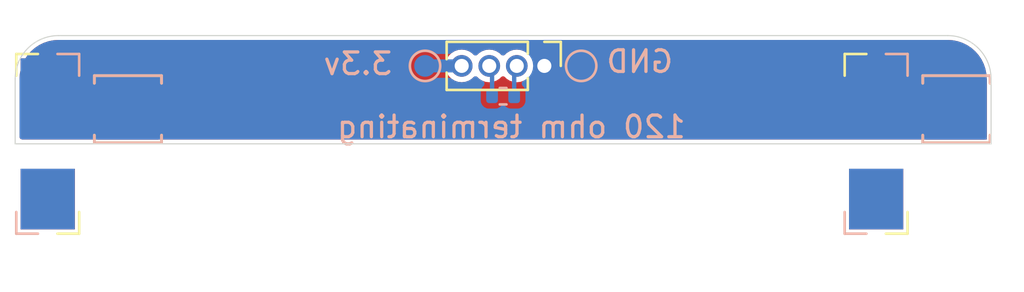
<source format=kicad_pcb>
(kicad_pcb (version 20240108) (generator "pcbnew") (generator_version "8.0")
  (layers (0 "F.Cu" signal) (31 "B.Cu" signal) (34 "B.Paste" user) (35 "F.Paste" user) (36 "B.SilkS" user "B.Silkscreen") (37 "F.SilkS" user "F.Silkscreen") (38 "B.Mask" user) (39 "F.Mask" user) (44 "Edge.Cuts" user))
  (net 0 "")
  (net 1 "Net-(J1-Pin_4)")
  (net 2 "GND")
  (net 3 "Net-(J1-Pin_2)")
  (net 4 "Net-(J1-Pin_3)")
  (net 5 "/MOTORPWR")
  (footprint "Connector_PinHeader_1.27mm:PinHeader_1x04_P1.27mm_Vertical" (layer "F.Cu") (at 144.7 90.1 -90)
    (property "Reference" "J1" (hide yes))
    (property "Value" "1.27mm 4 pin header")
    (fp_line (start -1.11 4.505) (end -0.30753 4.505) (stroke (width 0.12)) (layer "F.SilkS"))
    (fp_line (start 0.30753 4.505) (end 1.11 4.505) (stroke (width 0.12)) (layer "F.SilkS"))
    (fp_line (start -1.11 0.76) (end -1.11 4.505) (stroke (width 0.12)) (layer "F.SilkS"))
    (fp_line (start -1.11 0.76) (end -0.563471 0.76) (stroke (width 0.12)) (layer "F.SilkS"))
    (fp_line (start 0.563471 0.76) (end 1.11 0.76) (stroke (width 0.12)) (layer "F.SilkS"))
    (fp_line (start 1.11 0.76) (end 1.11 4.505) (stroke (width 0.12)) (layer "F.SilkS"))
    (fp_line (start -1.11 0) (end -1.11 -0.76) (stroke (width 0.12)) (layer "F.SilkS"))
    (fp_line (start -1.11 -0.76) (end 0 -0.76) (stroke (width 0.12)) (layer "F.SilkS"))
    (pad "1" thru_hole rect (at 0 0 270) (size 1 1) (drill 0.65) (layers "*.Cu" "*.Mask") (net 2 "GND"))
    (pad "2" thru_hole oval (at 0 1.27 270) (size 1 1) (drill 0.65) (layers "*.Cu" "*.Mask") (net 3 "Net-(J1-Pin_2)"))
    (pad "3" thru_hole oval (at 0 2.54 270) (size 1 1) (drill 0.65) (layers "*.Cu" "*.Mask") (net 4 "Net-(J1-Pin_3)"))
    (pad "4" thru_hole oval (at 0 3.81 270) (size 1 1) (drill 0.65) (layers "*.Cu" "*.Mask") (net 1 "Net-(J1-Pin_4)"))
  )
  (footprint "custom_Connector:Keystone_3569" (layer "F.Cu") (at 160 93.7)
    (property "Reference" "J3" (hide yes))
    (property "Value" "Keystone 3569")
    (fp_line (start -1.45 -4.15) (end -1.45 -3.15) (stroke (width 0.12)) (layer "F.SilkS"))
    (fp_line (start -0.45 -4.15) (end -1.45 -4.15) (stroke (width 0.12)) (layer "F.SilkS"))
    (fp_line (start 0.45 4.15) (end 1.45 4.15) (stroke (width 0.12)) (layer "F.SilkS"))
    (fp_line (start 1.45 4.15) (end 1.45 3.15) (stroke (width 0.12)) (layer "F.SilkS"))
    (pad "1" smd rect (at 0 -2.55) (size 2.5 2.8) (layers "F.Cu" "F.Paste" "F.Mask") (net 5 "/MOTORPWR"))
    (pad "1" smd rect (at 0 2.55) (size 2.5 2.8) (layers "F.Cu" "F.Paste" "F.Mask") (net 5 "/MOTORPWR"))
  )
  (footprint "custom_Connector:Keystone_3579" (layer "F.Cu") (at 163.7 92.1)
    (property "Reference" "J2" (hide yes))
    (property "Value" "Keystone 3579")
    (fp_line (start -1.55 -1.55) (end 1.55 -1.55) (stroke (width 0.127)) (layer "F.SilkS"))
    (fp_line (start -1.55 -1.2) (end -1.55 -1.55) (stroke (width 0.127)) (layer "F.SilkS"))
    (fp_line (start -1.55 1.55) (end -1.55 1.2) (stroke (width 0.127)) (layer "F.SilkS"))
    (fp_line (start 1.55 -1.55) (end 1.55 -1.2) (stroke (width 0.127)) (layer "F.SilkS"))
    (fp_line (start 1.55 1.2) (end 1.55 1.55) (stroke (width 0.127)) (layer "F.SilkS"))
    (fp_line (start 1.55 1.55) (end -1.55 1.55) (stroke (width 0.127)) (layer "F.SilkS"))
    (pad "1" smd rect (at 0 0) (size 2.8 2.8) (layers "F.Cu" "F.Paste" "F.Mask") (net 5 "/MOTORPWR"))
  )
  (footprint "custom_Connector:Keystone_3569" (layer "F.Cu") (at 121.8 93.7)
    (property "Reference" "J7" (hide yes))
    (property "Value" "Keystone 3569")
    (fp_line (start -1.45 -4.15) (end -1.45 -3.15) (stroke (width 0.12)) (layer "F.SilkS"))
    (fp_line (start -0.45 -4.15) (end -1.45 -4.15) (stroke (width 0.12)) (layer "F.SilkS"))
    (fp_line (start 0.45 4.15) (end 1.45 4.15) (stroke (width 0.12)) (layer "F.SilkS"))
    (fp_line (start 1.45 4.15) (end 1.45 3.15) (stroke (width 0.12)) (layer "F.SilkS"))
    (pad "1" smd rect (at 0 -2.55) (size 2.5 2.8) (layers "F.Cu" "F.Paste" "F.Mask") (net 5 "/MOTORPWR"))
    (pad "1" smd rect (at 0 2.55) (size 2.5 2.8) (layers "F.Cu" "F.Paste" "F.Mask") (net 5 "/MOTORPWR"))
  )
  (footprint "custom_Connector:Keystone_3579" (layer "F.Cu") (at 125.5 92.1)
    (property "Reference" "J6" (hide yes))
    (property "Value" "Keystone 3579")
    (fp_line (start -1.55 -1.55) (end 1.55 -1.55) (stroke (width 0.127)) (layer "F.SilkS"))
    (fp_line (start -1.55 -1.2) (end -1.55 -1.55) (stroke (width 0.127)) (layer "F.SilkS"))
    (fp_line (start -1.55 1.55) (end -1.55 1.2) (stroke (width 0.127)) (layer "F.SilkS"))
    (fp_line (start 1.55 -1.55) (end 1.55 -1.2) (stroke (width 0.127)) (layer "F.SilkS"))
    (fp_line (start 1.55 1.2) (end 1.55 1.55) (stroke (width 0.127)) (layer "F.SilkS"))
    (fp_line (start 1.55 1.55) (end -1.55 1.55) (stroke (width 0.127)) (layer "F.SilkS"))
    (pad "1" smd rect (at 0 0) (size 2.8 2.8) (layers "F.Cu" "F.Paste" "F.Mask") (net 5 "/MOTORPWR"))
  )
  (footprint "TestPoint:TestPoint_Pad_D1.0mm" (layer "B.Cu") (at 139.2 90.1 180)
    (property "Reference" "TP3" (hide yes))
    (property "Value" "3.3v" (at 3.1 0.1 0) (layer "B.SilkS") (effects (justify mirror)))
    (fp_circle (center 0 0) (end 0 -0.7) (stroke (width 0.12)) (fill none) (layer "B.SilkS"))
    (pad "1" smd circle (at 0 0 180) (size 1 1) (layers "B.Cu" "B.Mask") (net 1 "Net-(J1-Pin_4)"))
  )
  (footprint "custom_Connector:Keystone_3569" (layer "B.Cu") (at 160 93.7 180)
    (property "Reference" "J5" (hide yes))
    (property "Value" "Keystone 3569")
    (fp_line (start 1.45 -3.15) (end 1.45 -4.15) (stroke (width 0.12)) (layer "B.SilkS"))
    (fp_line (start 1.45 -4.15) (end 0.45 -4.15) (stroke (width 0.12)) (layer "B.SilkS"))
    (fp_line (start -1.45 4.15) (end -0.45 4.15) (stroke (width 0.12)) (layer "B.SilkS"))
    (fp_line (start -1.45 3.15) (end -1.45 4.15) (stroke (width 0.12)) (layer "B.SilkS"))
    (pad "1" smd rect (at 0 -2.55 180) (size 2.5 2.8) (layers "B.Cu" "B.Paste" "B.Mask") (net 2 "GND"))
    (pad "1" smd rect (at 0 2.55 180) (size 2.5 2.8) (layers "B.Cu" "B.Paste" "B.Mask") (net 2 "GND"))
  )
  (footprint "Resistor_SMD:R_0402_1005Metric" (layer "B.Cu") (at 142.8 91.5)
    (property "Reference" "R1" (hide yes))
    (property "Value" "120ohm")
    (fp_line (start 0.153641 -0.38) (end -0.153641 -0.38) (stroke (width 0.12)) (layer "B.SilkS"))
    (fp_line (start 0.153641 0.38) (end -0.153641 0.38) (stroke (width 0.12)) (layer "B.SilkS"))
    (pad "1" smd roundrect (at -0.51 0) (size 0.54 0.64) (layers "B.Cu" "B.Paste" "B.Mask") (net 4 "Net-(J1-Pin_3)"))
    (pad "2" smd roundrect (at 0.51 0) (size 0.54 0.64) (layers "B.Cu" "B.Paste" "B.Mask") (net 3 "Net-(J1-Pin_2)"))
  )
  (footprint "custom_Connector:Keystone_3569" (layer "B.Cu") (at 121.8 93.7 180)
    (property "Reference" "J9" (hide yes))
    (property "Value" "Keystone 3569")
    (fp_line (start 1.45 -3.15) (end 1.45 -4.15) (stroke (width 0.12)) (layer "B.SilkS"))
    (fp_line (start 1.45 -4.15) (end 0.45 -4.15) (stroke (width 0.12)) (layer "B.SilkS"))
    (fp_line (start -1.45 4.15) (end -0.45 4.15) (stroke (width 0.12)) (layer "B.SilkS"))
    (fp_line (start -1.45 3.15) (end -1.45 4.15) (stroke (width 0.12)) (layer "B.SilkS"))
    (pad "1" smd rect (at 0 -2.55 180) (size 2.5 2.8) (layers "B.Cu" "B.Paste" "B.Mask") (net 2 "GND"))
    (pad "1" smd rect (at 0 2.55 180) (size 2.5 2.8) (layers "B.Cu" "B.Paste" "B.Mask") (net 2 "GND"))
  )
  (footprint "TestPoint:TestPoint_Pad_D1.0mm" (layer "B.Cu") (at 146.4 90.1 180)
    (property "Reference" "TP4" (hide yes))
    (property "Value" "GND" (at -2.7 0.2 0) (layer "B.SilkS") (effects (justify mirror)))
    (fp_circle (center 0 0) (end 0 -0.7) (stroke (width 0.12)) (fill none) (layer "B.SilkS"))
    (pad "1" smd circle (at 0 0 180) (size 1 1) (layers "B.Cu" "B.Mask") (net 2 "GND"))
  )
  (footprint "custom_Connector:Keystone_3579" (layer "B.Cu") (at 163.699999 92.1 180)
    (property "Reference" "J4" (hide yes))
    (property "Value" "Keystone 3579")
    (fp_line (start 1.55 1.55) (end -1.55 1.55) (stroke (width 0.127)) (layer "B.SilkS"))
    (fp_line (start 1.55 1.2) (end 1.55 1.55) (stroke (width 0.127)) (layer "B.SilkS"))
    (fp_line (start 1.55 -1.55) (end 1.55 -1.2) (stroke (width 0.127)) (layer "B.SilkS"))
    (fp_line (start -1.55 1.55) (end -1.55 1.2) (stroke (width 0.127)) (layer "B.SilkS"))
    (fp_line (start -1.55 -1.2) (end -1.55 -1.55) (stroke (width 0.127)) (layer "B.SilkS"))
    (fp_line (start -1.55 -1.55) (end 1.55 -1.55) (stroke (width 0.127)) (layer "B.SilkS"))
    (pad "1" smd rect (at 0 0 180) (size 2.8 2.8) (layers "B.Cu" "B.Paste" "B.Mask") (net 2 "GND"))
  )
  (footprint "custom_Connector:Keystone_3579" (layer "B.Cu") (at 125.499999 92.1 180)
    (property "Reference" "J8" (hide yes))
    (property "Value" "Keystone 3579")
    (fp_line (start 1.55 1.55) (end -1.55 1.55) (stroke (width 0.127)) (layer "B.SilkS"))
    (fp_line (start 1.55 1.2) (end 1.55 1.55) (stroke (width 0.127)) (layer "B.SilkS"))
    (fp_line (start 1.55 -1.55) (end 1.55 -1.2) (stroke (width 0.127)) (layer "B.SilkS"))
    (fp_line (start -1.55 1.55) (end -1.55 1.2) (stroke (width 0.127)) (layer "B.SilkS"))
    (fp_line (start -1.55 -1.2) (end -1.55 -1.55) (stroke (width 0.127)) (layer "B.SilkS"))
    (fp_line (start -1.55 -1.55) (end 1.55 -1.55) (stroke (width 0.127)) (layer "B.SilkS"))
    (pad "1" smd rect (at 0 0 180) (size 2.8 2.8) (layers "B.Cu" "B.Paste" "B.Mask") (net 2 "GND"))
  )
  (gr_line (start 120.3 93.7) (end 120.3 90.7) (stroke (width 0.05)) (layer "Edge.Cuts"))
  (gr_line (start 122.3 88.7) (end 163.3 88.7) (stroke (width 0.05)) (layer "Edge.Cuts"))
  (gr_line (start 165.3 93.7) (end 120.3 93.7) (stroke (width 0.05)) (layer "Edge.Cuts"))
  (gr_arc (start 120.3 90.7) (mid 120.885786 89.285786) (end 122.3 88.7) (stroke (width 0.05)) (layer "Edge.Cuts"))
  (gr_arc (start 163.3 88.7) (mid 164.714214 89.285786) (end 165.3 90.7) (stroke (width 0.05)) (layer "Edge.Cuts"))
  (gr_line (start 165.3 90.7) (end 165.3 93.7) (stroke (width 0.05)) (layer "Edge.Cuts"))
  (gr_text "120 ohm terminating" (at 151.3 93.5 0) (layer "B.SilkS") (effects (font (size 1 1)) (justify left bottom mirror)))
  (segment (start 139.2 90.1) (end 140.89 90.1) (width 0.6) (layer "B.Cu") (net 1))
  (segment (start 146.4 90.1) (end 144.7 90.1) (width 0.6) (layer "B.Cu") (net 2))
  (segment (start 143.31 90.22) (end 143.43 90.1) (width 0.2) (layer "B.Cu") (net 3))
  (segment (start 143.31 91.5) (end 143.31 90.22) (width 0.2) (layer "B.Cu") (net 3))
  (segment (start 142.29 91.5) (end 142.29 90.23) (width 0.2) (layer "B.Cu") (net 4))
  (segment (start 142.29 90.23) (end 142.16 90.1) (width 0.2) (layer "B.Cu") (net 4))
  (zone (net 5) (net_name "/MOTORPWR") (layer "F.Cu") (connect_pads yes (clearance 0.25)) (min_thickness 0.25) (fill yes (thermal_gap 0.5) (thermal_bridge_width 0.5))
    (polygon (pts (xy 120.3 88.7) (xy 165.3 88.7) (xy 165.3 93.7) (xy 120.3 93.7)))
  )
  (zone (net 2) (net_name "GND") (layer "B.Cu") (priority 1) (connect_pads yes (clearance 0.25)) (min_thickness 0.25) (fill yes (thermal_gap 0.5) (thermal_bridge_width 0.5))
    (polygon (pts (xy 120.3 88.7) (xy 165.3 88.7) (xy 165.3 93.7) (xy 120.3 93.7)))
  )
)
</source>
